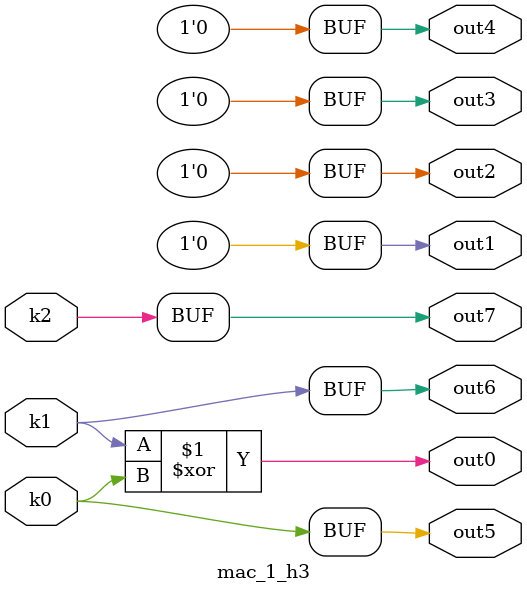
<source format=v>
module mac_1(pi0, pi1, pi2, pi3, pi4, pi5, pi6, pi7, po0, po1, po2, po3, po4, po5, po6, po7);
input pi0, pi1, pi2, pi3, pi4, pi5, pi6, pi7;
output po0, po1, po2, po3, po4, po5, po6, po7;
wire k0, k1, k2;
mac_1_w3 DUT1 (pi0, pi1, pi2, pi3, pi4, pi5, pi6, pi7, k0, k1, k2);
mac_1_h3 DUT2 (k0, k1, k2, po0, po1, po2, po3, po4, po5, po6, po7);
endmodule

module mac_1_w3(in7, in6, in5, in4, in3, in2, in1, in0, k2, k1, k0);
input in7, in6, in5, in4, in3, in2, in1, in0;
output k2, k1, k0;
assign k0 =   in5;
assign k1 =   in6;
assign k2 =   in7;
endmodule

module mac_1_h3(k2, k1, k0, out7, out6, out5, out4, out3, out2, out1, out0);
input k2, k1, k0;
output out7, out6, out5, out4, out3, out2, out1, out0;
assign out0 = k1 ^ k0;
assign out1 = 0;
assign out2 = 0;
assign out3 = 0;
assign out4 = 0;
assign out5 = k0;
assign out6 = k1;
assign out7 = k2;
endmodule

</source>
